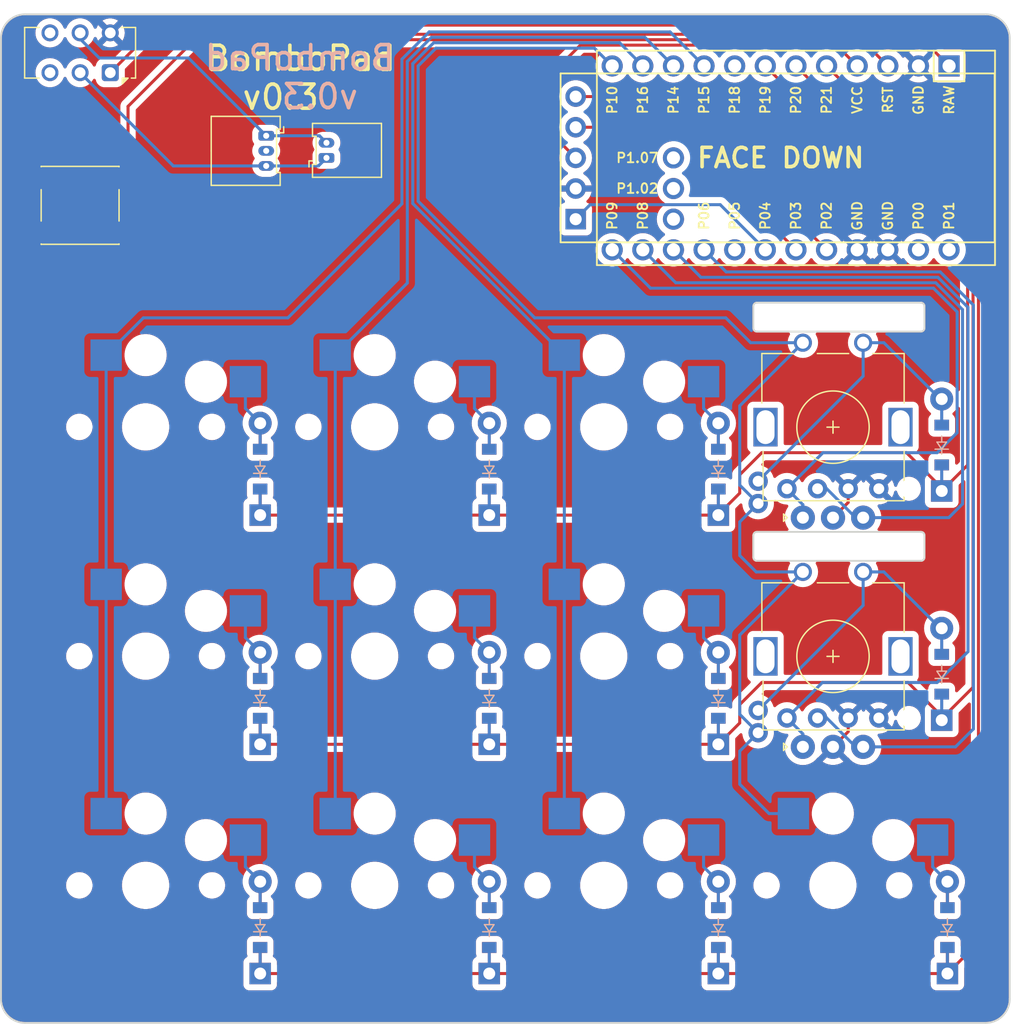
<source format=kicad_pcb>
(kicad_pcb (version 20241229) (generator "pcbnew") (generator_version "9.0")
  (title_block (title "BomboPad") (date "2025-12-29") (rev "v0.3.1") (company "Copyright (C) 2024-2025 Gianni Bombelli <bombo82@giannibombelli.it>") (comment 1 "of the CERN-OHL-S v2 (https://ohwr.org/cern_ohl_s_v2.txt).") (comment 2 "You may redistribute and modify this source and make products using it under the terms") (comment 3 "any later version.") (comment 4 "This source describes Open Hardware and is licensed under the CERN-OHL-S v2 or"))
  (layers (0 "F.Cu" signal) (2 "B.Cu" signal) (13 "F.Paste" user) (15 "B.Paste" user) (5 "F.SilkS" user "F.Silkscreen") (7 "B.SilkS" user "B.Silkscreen") (1 "F.Mask" user) (3 "B.Mask" user) (25 "Edge.Cuts" user))
  (net 0 "")
  (net 1 "P15")
  (net 2 "ring_bottom")
  (net 3 "ring_home")
  (net 4 "ring_top")
  (net 5 "P14")
  (net 6 "middle_bottom")
  (net 7 "middle_home")
  (net 8 "middle_top")
  (net 9 "P16")
  (net 10 "index_bottom")
  (net 11 "index_home")
  (net 12 "index_top")
  (net 13 "P10")
  (net 14 "thumb_bottom")
  (net 15 "P21")
  (net 16 "P20")
  (net 17 "P19")
  (net 18 "RAW")
  (net 19 "GND")
  (net 20 "RST")
  (net 21 "VCC")
  (net 22 "P18")
  (net 23 "P1")
  (net 24 "P0")
  (net 25 "P2")
  (net 26 "P3")
  (net 27 "P4")
  (net 28 "P5")
  (net 29 "P6")
  (net 30 "P7")
  (net 31 "P8")
  (net 32 "P9")
  (net 33 "-BATT")
  (net 34 "P1.01")
  (net 35 "P1.02")
  (net 36 "P1.07")
  (net 37 "+BATT")
  (net 38 "thumb_top")
  (net 39 "thumb_home")
  (footprint "Connector_Molex:Molex_PicoBlade_53048-0310_1x03_P1.25mm_Horizontal" (layer "F.Cu") (at 41.128 26.309 -90)
    (property "Reference" "J2" (hide yes))
    (property "Value" "Conn_01x03" (hide yes))
  )
  (footprint "rotary_encoder" (layer "F.Cu") (at 88.178 69.342 90)
    (property "Reference" "ROT2" (hide yes))
    (property "Value" "")
  )
  (footprint "RollerEncoder_Panasonic_EVQWGD001" (layer "F.Cu") (at 88.128 49.942 90)
    (property "Reference" "ROL1")
    (property "Value" "")
    (fp_line (start 9.5 -6.6) (end 7.7 -6.6) (stroke (width 0.15)) (layer "Edge.Cuts"))
    (fp_line (start 7.4 -6.3) (end 7.4 7.3) (stroke (width 0.15)) (layer "Edge.Cuts"))
    (fp_line (start 9.8 7.3) (end 9.8 -6.3) (stroke (width 0.15)) (layer "Edge.Cuts"))
    (fp_line (start 7.7 7.6) (end 9.5 7.6) (stroke (width 0.15)) (layer "Edge.Cuts"))
    (fp_arc (start 9.5 -6.6) (mid 9.712132 -6.512132) (end 9.8 -6.3) (stroke (width 0.15)) (layer "Edge.Cuts"))
    (fp_arc (start 7.4 -6.3) (mid 7.487868 -6.512132) (end 7.7 -6.6) (stroke (width 0.15)) (layer "Edge.Cuts"))
    (fp_arc (start 9.8 7.3) (mid 9.712132 7.512132) (end 9.5 7.6) (stroke (width 0.15)) (layer "Edge.Cuts"))
    (fp_arc (start 7.7 7.6) (mid 7.487868 7.512132) (end 7.4 7.3) (stroke (width 0.15)) (layer "Edge.Cuts"))
  )
  (footprint "Button_Switch_SMD:SW_Push_1P1T_NO_6x6mm_H9.5mm" (layer "F.Cu") (at 25.694 32.076 180)
    (property "Reference" "S13" (hide yes))
    (property "Value" "SW_Push_Dual_x2" (hide yes))
  )
  (footprint "ComboDiode" (layer "F.Cu") (at 59.628 72.942 90)
    (property "Reference" "D5" (hide yes))
    (property "Value" "" (hide yes))
  )
  (footprint "ComboDiode" (layer "F.Cu") (at 59.628 91.942 90)
    (property "Reference" "D4" (hide yes))
    (property "Value" "" (hide yes))
  )
  (footprint "PG1350" (layer "F.Cu") (at 50.128 69.442)
    (property "Reference" "S5" (hide yes))
    (property "Value" "" (hide yes))
  )
  (footprint "ComboDiode" (layer "F.Cu") (at 78.628 72.942 90)
    (property "Reference" "D8" (hide yes))
    (property "Value" "" (hide yes))
  )
  (footprint "PG1350" (layer "F.Cu") (at 50.128 88.442)
    (property "Reference" "S4" (hide yes))
    (property "Value" "" (hide yes))
  )
  (footprint "ComboDiode" (layer "F.Cu") (at 97.628 91.942 90)
    (property "Reference" "D10" (hide yes))
    (property "Value" "" (hide yes))
  )
  (footprint "ComboDiode" (layer "F.Cu") (at 59.628 53.942 90)
    (property "Reference" "D6" (hide yes))
    (property "Value" "" (hide yes))
  )
  (footprint "PG1350" (layer "F.Cu") (at 50.128 50.442)
    (property "Reference" "S6" (hide yes))
    (property "Value" "" (hide yes))
  )
  (footprint "ComboDiode" (layer "F.Cu") (at 78.628 91.942 90)
    (property "Reference" "D7" (hide yes))
    (property "Value" "" (hide yes))
  )
  (footprint "PG1350" (layer "F.Cu") (at 31.128 50.442)
    (property "Reference" "S3" (hide yes))
    (property "Value" "" (hide yes))
  )
  (footprint "ComboDiode" (layer "F.Cu") (at 78.628 53.942 90)
    (property "Reference" "D9" (hide yes))
    (property "Value" "" (hide yes))
  )
  (footprint "PG1350" (layer "F.Cu") (at 31.128 69.442)
    (property "Reference" "S2" (hide yes))
    (property "Value" "" (hide yes))
  )
  (footprint "PG1350" (layer "F.Cu") (at 69.128 88.442)
    (property "Reference" "S7" (hide yes))
    (property "Value" "" (hide yes))
  )
  (footprint "RollerEncoder_Panasonic_EVQWGD001" (layer "F.Cu") (at 88.128 68.942 90)
    (property "Reference" "ROL2")
    (property "Value" "")
    (fp_line (start 9.5 -6.6) (end 7.7 -6.6) (stroke (width 0.15)) (layer "Edge.Cuts"))
    (fp_line (start 7.4 -6.3) (end 7.4 7.3) (stroke (width 0.15)) (layer "Edge.Cuts"))
    (fp_line (start 9.8 7.3) (end 9.8 -6.3) (stroke (width 0.15)) (layer "Edge.Cuts"))
    (fp_line (start 7.7 7.6) (end 9.5 7.6) (stroke (width 0.15)) (layer "Edge.Cuts"))
    (fp_arc (start 9.5 -6.6) (mid 9.712132 -6.512132) (end 9.8 -6.3) (stroke (width 0.15)) (layer "Edge.Cuts"))
    (fp_arc (start 7.4 -6.3) (mid 7.487868 -6.512132) (end 7.7 -6.6) (stroke (width 0.15)) (layer "Edge.Cuts"))
    (fp_arc (start 9.8 7.3) (mid 9.712132 7.512132) (end 9.5 7.6) (stroke (width 0.15)) (layer "Edge.Cuts"))
    (fp_arc (start 7.7 7.6) (mid 7.487868 7.512132) (end 7.4 7.3) (stroke (width 0.15)) (layer "Edge.Cuts"))
  )
  (footprint "ComboDiode" (layer "F.Cu") (at 40.628 91.942 90)
    (property "Reference" "D1" (hide yes))
    (property "Value" "" (hide yes))
  )
  (footprint "ComboDiode" (layer "F.Cu") (at 97.155 70.942 90)
    (property "Reference" "D11" (hide yes))
    (property "Value" "" (hide yes))
  )
  (footprint "rotary_encoder" (layer "F.Cu") (at 88.178 50.342 90)
    (property "Reference" "ROT1" (hide yes))
    (property "Value" "")
  )
  (footprint "PG1350" (layer "F.Cu") (at 69.128 50.442)
    (property "Reference" "S9" (hide yes))
    (property "Value" "" (hide yes))
  )
  (footprint "Button_Switch_THT:SW_CK_JS202011AQN_DPDT_Angled" (layer "F.Cu") (at 28.194 21.08 180)
    (property "Reference" "SW15" (hide yes))
    (property "Value" "SW_DPDT_x2" (hide yes))
  )
  (footprint "PG1350" (layer "F.Cu") (at 88.128 88.442)
    (property "Reference" "S10" (hide yes))
    (property "Value" "" (hide yes))
  )
  (footprint "ProMicro" (layer "F.Cu") (at 83.795 28.142 180)
    (property "Reference" "MCU1" (hide yes))
    (property "Value" "" (hide yes))
  )
  (footprint "PG1350" (layer "F.Cu") (at 69.128 69.442)
    (property "Reference" "S8" (hide yes))
    (property "Value" "" (hide yes))
  )
  (footprint "PG1350" (layer "F.Cu") (at 31.128 88.442)
    (property "Reference" "S1" (hide yes))
    (property "Value" "" (hide yes))
  )
  (footprint "lib:niceview_headers" (layer "F.Cu") (at 66.795 28.142)
    (property "Reference" "Nice!View1" (hide yes))
    (property "Value" "" (hide yes))
  )
  (footprint "Connector_Molex:Molex_PicoBlade_53048-0210_1x02_P1.25mm_Horizontal" (layer "F.Cu") (at 46.128 28.142 90)
    (property "Reference" "J1" (hide yes))
    (property "Value" "Conn_01x02" (hide yes))
  )
  (footprint "ComboDiode" (layer "F.Cu") (at 40.628 53.942 90)
    (property "Reference" "D3" (hide yes))
    (property "Value" "" (hide yes))
  )
  (footprint "ComboDiode" (layer "F.Cu") (at 97.155 51.942 90)
    (property "Reference" "D12" (hide yes))
    (property "Value" "" (hide yes))
  )
  (footprint "ComboDiode" (layer "F.Cu") (at 40.628 72.942 90)
    (property "Reference" "D2" (hide yes))
    (property "Value" "" (hide yes))
  )
  (gr_line (start 100.795 16.242) (end 21.128 16.242) (stroke (width 0.15)) (layer "Edge.Cuts"))
  (gr_line (start 102.795 97.842) (end 102.795 18.242) (stroke (width 0.15)) (layer "Edge.Cuts"))
  (gr_arc (start 102.795 97.842) (mid 102.209214 99.256214) (end 100.795 99.842) (stroke (width 0.15)) (layer "Edge.Cuts"))
  (gr_arc (start 100.795 16.242) (mid 102.209214 16.827786) (end 102.795 18.242) (stroke (width 0.15)) (layer "Edge.Cuts"))
  (gr_arc (start 21.128 99.842) (mid 19.713786 99.256214) (end 19.128 97.842) (stroke (width 0.15)) (layer "Edge.Cuts"))
  (gr_line (start 19.128 18.242) (end 19.128 97.842) (stroke (width 0.15)) (layer "Edge.Cuts"))
  (gr_arc (start 19.128 18.242) (mid 19.713786 16.827786) (end 21.128 16.242) (stroke (width 0.15)) (layer "Edge.Cuts"))
  (gr_line (start 21.128 99.842) (end 100.795 99.842) (stroke (width 0.15)) (layer "Edge.Cuts"))
  (gr_text "BomboPad\n  v0.3" (at 35.941 24.2824 0) (layer "F.SilkS") (effects (font (size 2 2) (thickness 0.3)) (justify left bottom)))
  (gr_text "BomboPad\n  v0.3" (at 51.9684 24.2316 0) (layer "B.SilkS") (effects (font (size 2 2) (thickness 0.3)) (justify left bottom mirror)))
  (segment (start 27.853 44.492) (end 30.943 41.402) (width 0.25) (layer "B.Cu") (net 1))
  (segment (start 30.943 41.402) (end 42.926 41.402) (width 0.25) (layer "B.Cu") (net 1))
  (segment (start 52.382 19.963) (end 54.645 17.7) (width 0.25) (layer "B.Cu") (net 1))
  (segment (start 52.382 31.946) (end 52.382 19.963) (width 0.25) (layer "B.Cu") (net 1))
  (segment (start 54.645 17.7) (end 74.623 17.7) (width 0.25) (layer "B.Cu") (net 1))
  (segment (start 27.853 63.492) (end 27.853 82.492) (width 0.25) (layer "B.Cu") (net 1))
  (segment (start 74.623 17.7) (end 77.445 20.522) (width 0.25) (layer "B.Cu") (net 1))
  (segment (start 42.926 41.402) (end 52.382 31.946) (width 0.25) (layer "B.Cu") (net 1))
  (segment (start 27.853 44.492) (end 27.853 63.492) (width 0.25) (layer "B.Cu") (net 1))
  (segment (start 40.628 88.132) (end 40.628 90.292) (width 0.25) (layer "F.Cu") (net 2))
  (segment (start 39.403 84.692) (end 39.403 86.907) (width 0.25) (layer "B.Cu") (net 2))
  (segment (start 40.628 88.132) (end 40.628 90.292) (width 0.25) (layer "B.Cu") (net 2))
  (segment (start 39.403 86.907) (end 40.628 88.132) (width 0.25) (layer "B.Cu") (net 2))
  (segment (start 40.628 69.132) (end 40.628 71.292) (width 0.25) (layer "F.Cu") (net 3))
  (segment (start 39.403 67.907) (end 40.628 69.132) (width 0.25) (layer "B.Cu") (net 3))
  (segment (start 40.628 69.132) (end 40.628 71.292) (width 0.25) (layer "B.Cu") (net 3))
  (segment (start 39.403 65.692) (end 39.403 67.907) (width 0.25) (layer "B.Cu") (net 3))
  (segment (start 40.628 50.132) (end 40.628 52.292) (width 0.25) (layer "F.Cu") (net 4))
  (segment (start 39.403 46.692) (end 39.403 48.907) (width 0.25) (layer "B.Cu") (net 4))
  (segment (start 40.628 50.132) (end 40.628 52.292) (width 0.25) (layer "B.Cu") (net 4))
  (segment (start 39.403 48.907) (end 40.628 50.132) (width 0.25) (layer "B.Cu") (net 4))
  (segment (start 54.831396 18.15) (end 72.533 18.15) (width 0.25) (layer "B.Cu") (net 5))
  (segment (start 46.853 44.492) (end 52.832 38.513) (width 0.25) (layer "B.Cu") (net 5))
  (segment (start 46.853 63.492) (end 46.853 82.492) (width 0.25) (layer "B.Cu") (net 5))
  (segment (start 46.853 44.492) (end 46.853 63.492) (width 0.25) (layer "B.Cu") (net 5))
  (segment (start 52.832 38.513) (end 52.832 20.149396) (width 0.25) (layer "B.Cu") (net 5))
  (segment (start 52.832 20.149396) (end 54.831396 18.15) (width 0.25) (layer "B.Cu") (net 5))
  (segment (start 72.533 18.15) (end 74.905 20.522) (width 0.25) (layer "B.Cu") (net 5))
  (segment (start 59.628 90.292) (end 59.628 88.132) (width 0.25) (layer "F.Cu") (net 6))
  (segment (start 59.628 88.132) (end 59.628 90.292) (width 0.25) (layer "B.Cu") (net 6))
  (segment (start 58.403 84.692) (end 58.403 86.907) (width 0.25) (layer "B.Cu") (net 6))
  (segment (start 58.403 86.907) (end 59.628 88.132) (width 0.25) (layer "B.Cu") (net 6))
  (segment (start 59.628 71.292) (end 59.628 69.132) (width 0.25) (layer "F.Cu") (net 7))
  (segment (start 58.403 67.907) (end 59.628 69.132) (width 0.25) (layer "B.Cu") (net 7))
  (segment (start 59.628 69.132) (end 59.628 71.292) (width 0.25) (layer "B.Cu") (net 7))
  (segment (start 58.403 65.692) (end 58.403 67.907) (width 0.25) (layer "B.Cu") (net 7))
  (segment (start 59.628 52.292) (end 59.628 50.132) (width 0.25) (layer "F.Cu") (net 8))
  (segment (start 59.628 50.132) (end 59.628 52.292) (width 0.25) (layer "B.Cu") (net 8))
  (segment (start 58.403 48.907) (end 59.628 50.132) (width 0.25) (layer "B.Cu") (net 8))
  (segment (start 58.403 46.692) (end 58.403 48.907) (width 0.25) (layer "B.Cu") (net 8))
  (segment (start 53.282 31.921) (end 53.282 20.335792) (width 0.25) (layer "B.Cu") (net 9))
  (segment (start 70.443 18.6) (end 72.365 20.522) (width 0.25) (layer "B.Cu") (net 9))
  (segment (start 65.853 63.492) (end 65.853 82.492) (width 0.25) (layer "B.Cu") (net 9))
  (segment (start 65.853 44.492) (end 65.853 63.492) (width 0.25) (layer "B.Cu") (net 9))
  (segment (start 53.282 20.335792) (end 55.017792 18.6) (width 0.25) (layer "B.Cu") (net 9))
  (segment (start 55.017792 18.6) (end 70.443 18.6) (width 0.25) (layer "B.Cu") (net 9))
  (segment (start 65.853 44.492) (end 53.282 31.921) (width 0.25) (layer "B.Cu") (net 9))
  (segment (start 78.628 88.132) (end 78.628 90.292) (width 0.25) (layer "F.Cu") (net 10))
  (segment (start 77.403 86.907) (end 78.628 88.132) (width 0.25) (layer "B.Cu") (net 10))
  (segment (start 77.403 84.692) (end 77.403 86.907) (width 0.25) (layer "B.Cu") (net 10))
  (segment (start 78.628 88.132) (end 78.628 90.292) (width 0.25) (layer "B.Cu") (net 10))
  (segment (start 78.628 69.132) (end 78.628 71.292) (width 0.25) (layer "F.Cu") (net 11))
  (segment (start 77.403 65.692) (end 77.403 67.907) (width 0.25) (layer "B.Cu") (net 11))
  (segment (start 77.403 67.907) (end 78.628 69.132) (width 0.25) (layer "B.Cu") (net 11))
  (segment (start 78.628 69.132) (end 78.628 71.292) (width 0.25) (layer "B.Cu") (net 11))
  (segment (start 78.628 50.132) (end 78.628 52.292) (width 0.25) (layer "F.Cu") (net 12))
  (segment (start 78.628 50.132) (end 78.628 52.292) (width 0.25) (layer "B.Cu") (net 12))
  (segment (start 77.403 48.907) (end 78.628 50.132) (width 0.25) (layer "B.Cu") (net 12))
  (segment (start 77.403 46.692) (end 77.403 48.907) (width 0.25) (layer "B.Cu") (net 12))
  (segment (start 80.404 80.06) (end 82.836 82.492) (width 0.25) (layer "B.Cu") (net 13))
  (segment (start 80.404 74.268) (end 81.928 75.792) (width 0.25) (layer "B.Cu") (net 13))
  (segment (start 85.638 62.462) (end 80.404 67.696) (width 0.25) (layer "B.Cu") (net 13))
  (segment (start 85.638 43.462) (end 81.308 43.462) (width 0.25) (layer "B.Cu") (net 13))
  (segment (start 81.308 43.462) (end 79.248 41.402) (width 0.25) (layer "B.Cu") (net 13))
  (segment (start 80.404 67.696) (end 80.404 74.268) (width 0.25) (layer "B.Cu") (net 13))
  (segment (start 80.404 48.696) (end 80.404 55.268) (width 0.25) (layer "B.Cu") (net 13))
  (segment (start 80.404 58.316) (end 80.404 61.1) (width 0.25) (layer "B.Cu") (net 13))
  (segment (start 81.928 56.792) (end 80.404 58.316) (width 0.25) (layer "B.Cu") (net 13))
  (segment (start 53.732 31.734604) (end 53.732 20.522188) (width 0.25) (layer "B.Cu") (net 13))
  (segment (start 81.766 62.462) (end 85.638 62.462) (width 0.25) (layer "B.Cu") (net 13))
  (segment (start 68.353 19.05) (end 69.825 20.522) (width 0.25) (layer "B.Cu") (net 13))
  (segment (start 81.928 75.792) (end 80.404 77.316) (width 0.25) (layer "B.Cu") (net 13))
  (segment (start 55.204188 19.05) (end 68.353 19.05) (width 0.25) (layer "B.Cu") (net 13))
  (segment (start 85.638 43.462) (end 80.404 48.696) (width 0.25) (layer "B.Cu") (net 13))
  (segment (start 53.732 20.522188) (end 55.204188 19.05) (width 0.25) (layer "B.Cu") (net 13))
  (segment (start 63.399396 41.402) (end 53.732 31.734604) (width 0.25) (layer "B.Cu") (net 13))
  (segment (start 82.836 82.492) (end 84.853 82.492) (width 0.25) (layer "B.Cu") (net 13))
  (segment (start 80.404 61.1) (end 81.766 62.462) (width 0.25) (layer "B.Cu") (net 13))
  (segment (start 80.404 55.268) (end 81.928 56.792) (width 0.25) (layer "B.Cu") (net 13))
  (segment (start 79.248 41.402) (end 63.399396 41.402) (width 0.25) (layer "B.Cu") (net 13))
  (segment (start 80.404 77.316) (end 80.404 80.06) (width 0.25) (layer "B.Cu") (net 13))
  (segment (start 97.628 88.132) (end 97.628 90.292) (width 0.25) (layer "F.Cu") (net 14))
  (segment (start 96.403 84.692) (end 96.403 86.907) (width 0.25) (layer "B.Cu") (net 14))
  (segment (start 96.403 86.907) (end 97.628 88.132) (width 0.25) (layer "B.Cu") (net 14))
  (segment (start 97.628 88.132) (end 97.628 90.292) (width 0.25) (layer "B.Cu") (net 14))
  (segment (start 100.203 93.177) (end 97.628 95.752) (width 0.25) (layer "F.Cu") (net 15))
  (segment (start 97.628 93.592) (end 97.628 95.752) (width 0.25) (layer "F.Cu") (net 15))
  (segment (start 78.628 93.592) (end 78.628 95.752) (width 0.25) (layer "F.Cu") (net 15))
  (segment (start 40.628 93.592) (end 40.628 95.752) (width 0.25) (layer "F.Cu") (net 15))
  (segment (start 78.628 95.752) (end 97.628 95.752) (width 0.25) (layer "F.Cu") (net 15))
  (segment (start 87.605 20.522) (end 100.203 33.12) (width 0.25) (layer "F.Cu") (net 15))
  (segment (start 59.628 95.752) (end 59.628 93.592) (width 0.25) (layer "F.Cu") (net 15))
  (segment (start 100.203 33.12) (end 100.203 93.177) (width 0.25) (layer "F.Cu") (net 15))
  (segment (start 78.628 95.752) (end 59.628 95.752) (width 0.25) (layer "F.Cu") (net 15))
  (segment (start 59.628 95.752) (end 40.628 95.752) (width 0.25) (layer "F.Cu") (net 15))
  (segment (start 97.628 93.592) (end 97.628 95.752) (width 0.25) (layer "B.Cu") (net 15))
  (segment (start 59.628 93.592) (end 59.628 95.752) (width 0.25) (layer "B.Cu") (net 15))
  (segment (start 40.628 93.592) (end 40.628 95.752) (width 0.25) (layer "B.Cu") (net 15))
  (segment (start 78.628 93.592) (end 78.628 95.752) (width 0.25) (layer "B.Cu") (net 15))
  (segment (start 80.404 74.98) (end 78.632 76.752) (width 0.25) (layer "F.Cu") (net 16))
  (segment (start 97.155 72.592) (end 97.155 74.752) (width 0.25) (layer "F.Cu") (net 16))
  (segment (start 94.361 71.628) (end 82.232 71.628) (width 0.25) (layer "F.Cu") (net 16))
  (segment (start 99.753 72.027) (end 99.753 33.306396) (width 0.25) (layer "F.Cu") (net 16))
  (segment (start 78.628 74.592) (end 78.628 76.752) (width 0.25) (layer "F.Cu") (net 16))
  (segment (start 59.628 76.752) (end 59.628 74.592) (width 0.25) (layer "F.Cu") (net 16))
  (segment (start 82.232 71.628) (end 80.404 73.456) (width 0.25) (layer "F.Cu") (net 16))
  (segment (start 80.404 73.456) (end 80.404 74.98) (width 0.25) (layer "F.Cu") (net 16))
  (segment (start 97.028 74.295) (end 94.361 71.628) (width 0.25) (layer "F.Cu") (net 16))
  (segment (start 97.028 74.752) (end 97.028 74.295) (width 0.25) (layer "F.Cu") (net 16))
  (segment (start 99.753 33.306396) (end 94.259604 27.813) (width 0.25) (layer "F.Cu") (net 16))
  (segment (start 40.628 74.592) (end 40.628 76.752) (width 0.25) (layer "F.Cu") (net 16))
  (segment (start 78.632 76.752) (end 78.628 76.752) (width 0.25) (layer "F.Cu") (net 16))
  (segment (start 94.259604 27.813) (end 92.356 27.813) (width 0.25) (layer "F.Cu") (net 16))
  (segment (start 92.356 27.813) (end 85.065 20.522) (width 0.25) (layer "F.Cu") (net 16))
  (segment (start 78.628 76.752) (end 59.628 76.752) (width 0.25) (layer "F.Cu") (net 16))
  (segment (start 40.628 76.752) (end 59.628 76.752) (width 0.25) (layer "F.Cu") (net 16))
  (segment (start 97.028 74.752) (end 99.753 72.027) (width 0.25) (layer "F.Cu") (net 16))
  (segment (start 97.155 72.592) (end 97.155 74.752) (width 0.25) (layer "B.Cu") (net 16))
  (segment (start 78.628 74.592) (end 78.628 76.752) (width 0.25) (layer "B.Cu") (net 16))
  (segment (start 40.628 74.592) (end 40.628 76.752) (width 0.25) (layer "B.Cu") (net 16))
  (segment (start 59.628 74.592) (end 59.628 76.752) (width 0.25) (layer "B.Cu") (net 16))
  (segment (start 97.028 55.372) (end 94.234 52.578) (width 0.25) (layer "F.Cu") (net 17))
  (segment (start 99.303 53.604) (end 99.303 33.492792) (width 0.25) (layer "F.Cu") (net 17))
  (segment (start 97.028 55.752) (end 97.028 55.372) (width 0.25) (layer "F.Cu") (net 17))
  (segment (start 94.234 52.578) (end 82.232 52.578) (width 0.25) (layer "F.Cu") (net 17))
  (segment (start 40.628 55.592) (end 40.628 57.752) (width 0.25) (layer "F.Cu") (net 17))
  (segment (start 59.628 57.752) (end 40.628 57.752) (width 0.25) (layer "F.Cu") (net 17))
  (segment (start 78.628 57.752) (end 59.628 57.752) (width 0.25) (layer "F.Cu") (net 17))
  (segment (start 94.073208 28.263) (end 90.266 28.263) (width 0.25) (layer "F.Cu") (net 17))
  (segment (start 80.404 55.93) (end 78.628 57.706) (width 0.25) (layer "F.Cu") (net 17))
  (segment (start 99.303 33.492792) (end 94.073208 28.263) (width 0.25) (layer "F.Cu") (net 17))
  (segment (start 80.404 54.406) (end 80.404 55.93) (width 0.25) (layer "F.Cu") (net 17))
  (segment (start 78.628 57.752) (end 78.628 55.592) (width 0.25) (layer "F.Cu") (net 17))
  (segment (start 97.155 53.592) (end 97.155 55.752) (width 0.25) (layer "F.Cu") (net 17))
  (segment (start 59.628 57.752) (end 59.628 55.592) (width 0.25) (layer "F.Cu") (net 17))
  (segment (start 78.628 57.706) (end 78.628 57.752) (width 0.25) (layer "F.Cu") (net 17))
  (segment (start 82.232 52.578) (end 80.404 54.406) (width 0.25) (layer "F.Cu") (net 17))
  (segment (start 97.155 55.752) (end 99.303 53.604) (width 0.25) (layer "F.Cu") (net 17))
  (segment (start 90.266 28.263) (end 82.525 20.522) (width 0.25) (layer "F.Cu") (net 17))
  (segment (start 97.155 53.592) (end 97.155 55.752) (width 0.25) (layer "B.Cu") (net 17))
  (segment (start 78.628 55.592) (end 78.628 57.752) (width 0.25) (layer "B.Cu") (net 17))
  (segment (start 40.628 55.592) (end 40.628 57.752) (width 0.25) (layer "B.Cu") (net 17))
  (segment (start 59.628 55.592) (end 59.628 57.752) (width 0.25) (layer "B.Cu") (net 17))
  (segment (start 97.765 20.522) (end 95.139 17.896) (width 0.25) (layer "F.Cu") (net 18))
  (segment (start 31.378 17.896) (end 28.194 21.08) (width 0.25) (layer "F.Cu") (net 18))
  (segment (start 95.139 17.896) (end 31.378 17.896) (width 0.25) (layer "F.Cu") (net 18))
  (segment (start 89.398 56.702) (end 88.138 57.962) (width 0.25) (layer "F.Cu") (net 19))
  (segment (start 89.398 55.567) (end 89.398 56.702) (width 0.25) (layer "F.Cu") (net 19))
  (segment (start 89.398 75.702) (end 88.138 76.962) (width 0.25) (layer "F.Cu") (net 19))
  (segment (start 89.398 74.567) (end 89.398 75.702) (width 0.25) (layer "F.Cu") (net 19))
  (segment (start 92.685 20.522) (end 90.509 18.346) (width 0.25) (layer "F.Cu") (net 20))
  (segment (start 90.509 18.346) (end 35.1972 18.346) (width 0.25) (layer "F.Cu") (net 20))
  (segment (start 35.1972 18.346) (end 29.669 23.8742) (width 0.25) (layer "F.Cu") (net 20))
  (segment (start 29.669 23.8742) (end 29.669 29.826) (width 0.25) (layer "F.Cu") (net 20))
  (segment (start 21.719 29.826) (end 29.669 29.826) (width 0.25) (layer "F.Cu") (net 20))
  (segment (start 66.795 28.142) (end 64.643 25.99) (width 0.25) (layer "F.Cu") (net 21))
  (segment (start 64.643 25.99) (end 64.643 21.336) (width 0.25) (layer "F.Cu") (net 21))
  (segment (start 64.643 21.336) (end 67.183 18.796) (width 0.25) (layer "F.Cu") (net 21))
  (segment (start 67.183 18.796) (end 88.419 18.796) (width 0.25) (layer "F.Cu") (net 21))
  (segment (start 88.419 18.796) (end 90.145 20.522) (width 0.25) (layer "F.Cu") (net 21))
  (segment (start 74.905 23.062) (end 87.605 35.762) (width 0.25) (layer "F.Cu") (net 25))
  (segment (start 66.795 23.062) (end 74.905 23.062) (width 0.25) (layer "F.Cu") (net 25))
  (segment (start 66.795 25.602) (end 74.905 25.602) (width 0.25) (layer "F.Cu") (net 26))
  (segment (start 74.905 25.602) (end 85.065 35.762) (width 0.25) (layer "F.Cu") (net 26))
  (segment (start 66.795 33.222) (end 67.9963 32.0207) (width 0.25) (layer "B.Cu") (net 27))
  (segment (start 78.7837 32.0207) (end 82.525 35.762) (width 0.25) (layer "B.Cu") (net 27))
  (segment (start 67.9963 32.0207) (end 78.7837 32.0207) (width 0.25) (layer "B.Cu") (net 27))
  (segment (start 87.616833 74.567) (end 86.858 74.567) (width 0.25) (layer "B.Cu") (net 29))
  (segment (start 99.7825 75.4775) (end 98.298 76.962) (width 0.25) (layer "B.Cu") (net 29))
  (segment (start 90.638 76.962) (end 90.011833 76.962) (width 0.25) (layer "B.Cu") (net 29))
  (segment (start 97.028 37.592) (end 99.7825 40.3465) (width 0.25) (layer "B.Cu") (net 29))
  (segment (start 90.011833 76.962) (end 87.616833 74.567) (width 0.25) (layer "B.Cu") (net 29))
  (segment (start 79.275 37.592) (end 97.028 37.592) (width 0.25) (layer "B.Cu") (net 29))
  (segment (start 99.7825 40.3465) (end 99.7825 75.4775) (width 0.25) (layer "B.Cu") (net 29))
  (segment (start 98.298 76.962) (end 90.638 76.962) (width 0.25) (layer "B.Cu") (net 29))
  (segment (start 77.445 35.762) (end 79.275 37.592) (width 0.25) (layer "B.Cu") (net 29))
  (segment (start 96.774 71.628) (end 87.257 71.628) (width 0.25) (layer "B.Cu") (net 30))
  (segment (start 84.318 74.567) (end 85.638 75.887) (width 0.25) (layer "B.Cu") (net 30))
  (segment (start 85.638 75.887) (end 85.638 76.962) (width 0.25) (layer "B.Cu") (net 30))
  (segment (start 77.185 38.042) (end 96.841604 38.042) (width 0.25) (layer "B.Cu") (net 30))
  (segment (start 74.905 35.762) (end 77.185 38.042) (width 0.25) (layer "B.Cu") (net 30))
  (segment (start 87.257 71.628) (end 84.318 74.567) (width 0.25) (layer "B.Cu") (net 30))
  (segment (start 99.3325 40.532896) (end 99.3325 69.0695) (width 0.25) (layer "B.Cu") (net 30))
  (segment (start 96.841604 38.042) (end 99.3325 40.532896) (width 0.25) (layer "B.Cu") (net 30))
  (segment (start 99.3325 69.0695) (end 96.774 71.628) (width 0.25) (layer "B.Cu") (net 30))
  (segment (start 97.74 57.962) (end 90.638 57.962) (width 0.25) (layer "B.Cu") (net 31))
  (segment (start 75.095 38.492) (end 96.655208 38.492) (width 0.25) (layer "B.Cu") (net 31))
  (segment (start 72.365 35.762) (end 75.095 38.492) (width 0.25) (layer "B.Cu") (net 31))
  (segment (start 87.616833 55.567) (end 86.858 55.567) (width 0.25) (layer "B.Cu") (net 31))
  (segment (start 98.8825 56.8195) (end 97.74 57.962) (width 0.25) (layer "B.Cu") (net 31))
  (segment (start 90.011833 57.962) (end 87.616833 55.567) (width 0.25) (layer "B.Cu") (net 31))
  (segment (start 98.8825 40.719292) (end 98.8825 56.8195) (width 0.25) (layer "B.Cu") (net 31))
  (segment (start 90.638 57.962) (end 90.011833 57.962) (width 0.25) (layer "B.Cu") (net 31))
  (segment (start 96.655208 38.492) (end 98.8825 40.719292) (width 0.25) (layer "B.Cu") (net 31))
  (segment (start 98.4325 50.9195) (end 96.774 52.578) (width 0.25) (layer "B.Cu") (net 32))
  (segment (start 96.468812 38.942) (end 98.4325 40.905688) (width 0.25) (layer "B.Cu") (net 32))
  (segment (start 96.774 52.578) (end 87.307 52.578) (width 0.25) (layer "B.Cu") (net 32))
  (segment (start 87.307 52.578) (end 84.318 55.567) (width 0.25) (layer "B.Cu") (net 32))
  (segment (start 85.638 56.887) (end 84.318 55.567) (width 0.25) (layer "B.Cu") (net 32))
  (segment (start 98.4325 40.905688) (end 98.4325 50.9195) (width 0.25) (layer "B.Cu") (net 32))
  (segment (start 69.825 35.762) (end 73.005 38.942) (width 0.25) (layer "B.Cu") (net 32))
  (segment (start 73.005 38.942) (end 96.468812 38.942) (width 0.25) (layer "B.Cu") (net 32))
  (segment (start 85.638 57.962) (end 85.638 56.887) (width 0.25) (layer "B.Cu") (net 32))
  (segment (start 46.128 26.892) (end 45.878 26.892) (width 0.25) (layer "B.Cu") (net 33))
  (segment (start 25.694 18.2772) (end 25.694 17.78) (width 0.25) (layer "B.Cu") (net 33))
  (segment (start 41.128 26.309) (end 34.6818 19.8628) (width 0.25) (layer "B.Cu") (net 33))
  (segment (start 27.2796 19.8628) (end 25.694 18.2772) (width 0.25) (layer "B.Cu") (net 33))
  (segment (start 45.545 26.309) (end 46.128 26.892) (width 0.25) (layer "B.Cu") (net 33))
  (segment (start 41.128 26.309) (end 45.545 26.309) (width 0.25) (layer "B.Cu") (net 33))
  (segment (start 34.6818 19.8628) (end 27.2796 19.8628) (width 0.25) (layer "B.Cu") (net 33))
  (segment (start 33.423 28.809) (end 25.694 21.08) (width 0.25) (layer "B.Cu") (net 37))
  (segment (start 45.461 28.809) (end 41.128 28.809) (width 0.25) (layer "B.Cu") (net 37))
  (segment (start 41.128 28.809) (end 33.423 28.809) (width 0.25) (layer "B.Cu") (net 37))
  (segment (start 46.128 28.142) (end 45.461 28.809) (width 0.25) (layer "B.Cu") (net 37))
  (segment (start 97.155 48.132) (end 97.155 50.292) (width 0.25) (layer "F.Cu") (net 38))
  (segment (start 97.155 48.132) (end 97.155 50.292) (width 0.25) (layer "B.Cu") (net 38))
  (segment (start 90.638 43.462) (end 90.638 46.232) (width 0.25) (layer "B.Cu") (net 38))
  (segment (start 92.358 43.462) (end 97.028 48.132) (width 0.25) (layer "B.Cu") (net 38))
  (segment (start 90.638 46.232) (end 81.928 54.942) (width 0.25) (layer "B.Cu") (net 38))
  (segment (start 90.638 43.462) (end 92.358 43.462) (width 0.25) (layer "B.Cu") (net 38))
  (segment (start 97.155 67.132) (end 97.155 69.292) (width 0.25) (layer "F.Cu") (net 39))
  (segment (start 92.358 62.462) (end 97.028 67.132) (width 0.25) (layer "B.Cu") (net 39))
  (segment (start 90.638 62.462) (end 92.358 62.462) (width 0.25) (layer "B.Cu") (net 39))
  (segment (start 97.155 67.132) (end 97.155 69.292) (width 0.25) (layer "B.Cu") (net 39))
  (segment (start 90.638 62.462) (end 90.638 65.232) (width 0.25) (layer "B.Cu") (net 39))
  (segment (start 90.638 65.232) (end 81.928 73.942) (width 0.25) (layer "B.Cu") (net 39))
  (zone (net 19) (net_name "GND") (layers "F.Cu" "B.Cu") (connect_pads (clearance 0.508)) (min_thickness 0.25) (fill yes (thermal_gap 0.5) (thermal_bridge_width 0.5))
    (polygon (pts (xy 19.05 16.129) (xy 102.87 16.129) (xy 102.87 99.822) (xy 19.05 99.949)))
  )
)
</source>
